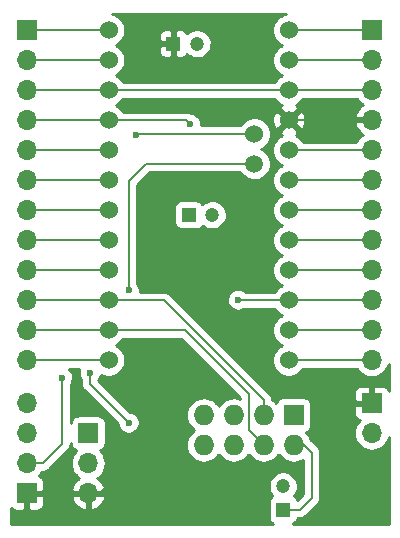
<source format=gbr>
G04 #@! TF.FileFunction,Copper,L1,Top,Signal*
%FSLAX46Y46*%
G04 Gerber Fmt 4.6, Leading zero omitted, Abs format (unit mm)*
G04 Created by KiCad (PCBNEW 4.0.7-e2-6376~58~ubuntu16.04.1) date Mon Apr  2 12:22:34 2018*
%MOMM*%
%LPD*%
G01*
G04 APERTURE LIST*
%ADD10C,0.100000*%
%ADD11R,1.700000X1.700000*%
%ADD12O,1.700000X1.700000*%
%ADD13R,1.200000X1.200000*%
%ADD14C,1.200000*%
%ADD15O,1.727200X1.727200*%
%ADD16R,1.727200X1.727200*%
%ADD17C,1.524000*%
%ADD18C,1.500000*%
%ADD19C,0.600000*%
%ADD20C,0.200000*%
%ADD21C,0.254000*%
G04 APERTURE END LIST*
D10*
D11*
X135890000Y-98933000D03*
D12*
X135890000Y-101473000D03*
D13*
X128397000Y-107950000D03*
D14*
X128397000Y-105950000D03*
D11*
X106680000Y-67310000D03*
D12*
X106680000Y-69850000D03*
X106680000Y-72390000D03*
X106680000Y-74930000D03*
X106680000Y-77470000D03*
X106680000Y-80010000D03*
X106680000Y-82550000D03*
X106680000Y-85090000D03*
X106680000Y-87630000D03*
X106680000Y-90170000D03*
X106680000Y-92710000D03*
X106680000Y-95250000D03*
D11*
X111887000Y-101473000D03*
D12*
X111887000Y-104013000D03*
X111887000Y-106553000D03*
D11*
X135890000Y-67310000D03*
D12*
X135890000Y-69850000D03*
X135890000Y-72390000D03*
X135890000Y-74930000D03*
X135890000Y-77470000D03*
X135890000Y-80010000D03*
X135890000Y-82550000D03*
X135890000Y-85090000D03*
X135890000Y-87630000D03*
X135890000Y-90170000D03*
X135890000Y-92710000D03*
X135890000Y-95250000D03*
D15*
X121666000Y-99949000D03*
X121666000Y-102489000D03*
X124206000Y-99949000D03*
X124206000Y-102489000D03*
X126746000Y-99949000D03*
X126746000Y-102489000D03*
D16*
X129286000Y-99949000D03*
D15*
X129286000Y-102489000D03*
D17*
X113637144Y-67365000D03*
X113637144Y-69905000D03*
X113637144Y-72445000D03*
X113637144Y-74985000D03*
X113637144Y-77525000D03*
X113637144Y-80065000D03*
X113637144Y-82605000D03*
X113637144Y-85145000D03*
X113637144Y-87685000D03*
X113637144Y-90225000D03*
X113637144Y-92765000D03*
X113637144Y-95305000D03*
X128877144Y-67365000D03*
X128877144Y-69905000D03*
X128877144Y-72445000D03*
X128877144Y-74985000D03*
X128877144Y-77525000D03*
X128877144Y-80065000D03*
X128877144Y-82605000D03*
X128877144Y-85145000D03*
X128877144Y-87685000D03*
X128877144Y-90225000D03*
X128877144Y-92765000D03*
X128877144Y-95305000D03*
X125956144Y-76128000D03*
D18*
X125956144Y-78668000D03*
D11*
X106680000Y-106553000D03*
D12*
X106680000Y-104013000D03*
X106680000Y-101473000D03*
X106680000Y-98933000D03*
D13*
X119100000Y-68500000D03*
D14*
X121100000Y-68500000D03*
D13*
X120400000Y-83000000D03*
D14*
X122400000Y-83000000D03*
D19*
X117983000Y-93980000D03*
X120523000Y-75311000D03*
X112014000Y-96393000D03*
X115316000Y-100584000D03*
X124587000Y-90170000D03*
X115951000Y-76263500D03*
X109664500Y-96774000D03*
X115316000Y-89344500D03*
D20*
X112903000Y-106553000D02*
X111887000Y-106553000D01*
X117983000Y-101473000D02*
X112903000Y-106553000D01*
X117983000Y-93980000D02*
X117983000Y-101473000D01*
X106680000Y-106553000D02*
X111887000Y-106553000D01*
X128877144Y-74985000D02*
X135835000Y-74985000D01*
X135835000Y-74985000D02*
X135890000Y-74930000D01*
X120197000Y-74985000D02*
X113637144Y-74985000D01*
X120523000Y-75311000D02*
X120197000Y-74985000D01*
X113637144Y-74985000D02*
X106735000Y-74985000D01*
X106735000Y-74985000D02*
X106680000Y-74930000D01*
X128877144Y-69905000D02*
X135835000Y-69905000D01*
X135835000Y-69905000D02*
X135890000Y-69850000D01*
X113637144Y-67365000D02*
X106735000Y-67365000D01*
X106735000Y-67365000D02*
X106680000Y-67310000D01*
X113637144Y-69905000D02*
X106735000Y-69905000D01*
X106735000Y-69905000D02*
X106680000Y-69850000D01*
X128877144Y-72445000D02*
X113637144Y-72445000D01*
X113637144Y-72445000D02*
X106735000Y-72445000D01*
X106735000Y-72445000D02*
X106680000Y-72390000D01*
X128877144Y-72445000D02*
X135835000Y-72445000D01*
X135835000Y-72445000D02*
X135890000Y-72390000D01*
X112014000Y-97282000D02*
X112014000Y-96393000D01*
X115316000Y-100584000D02*
X112014000Y-97282000D01*
X113637144Y-77525000D02*
X106735000Y-77525000D01*
X106735000Y-77525000D02*
X106680000Y-77470000D01*
X113637144Y-80065000D02*
X106735000Y-80065000D01*
X106735000Y-80065000D02*
X106680000Y-80010000D01*
X113637144Y-82605000D02*
X106735000Y-82605000D01*
X106735000Y-82605000D02*
X106680000Y-82550000D01*
X113637144Y-85145000D02*
X106735000Y-85145000D01*
X106735000Y-85145000D02*
X106680000Y-85090000D01*
X113637144Y-87685000D02*
X106735000Y-87685000D01*
X106735000Y-87685000D02*
X106680000Y-87630000D01*
X126746000Y-99949000D02*
X126746000Y-98679000D01*
X118292000Y-90225000D02*
X113637144Y-90225000D01*
X126746000Y-98679000D02*
X118292000Y-90225000D01*
X113637144Y-90225000D02*
X106735000Y-90225000D01*
X106735000Y-90225000D02*
X106680000Y-90170000D01*
X126746000Y-102489000D02*
X125476000Y-101219000D01*
X120070000Y-92765000D02*
X113637144Y-92765000D01*
X125476000Y-98171000D02*
X120070000Y-92765000D01*
X125476000Y-101219000D02*
X125476000Y-98171000D01*
X113637144Y-92765000D02*
X106735000Y-92765000D01*
X106735000Y-92765000D02*
X106680000Y-92710000D01*
X113637144Y-95305000D02*
X106735000Y-95305000D01*
X106735000Y-95305000D02*
X106680000Y-95250000D01*
X129286000Y-102489000D02*
X130175000Y-102489000D01*
X129794000Y-107950000D02*
X128397000Y-107950000D01*
X130810000Y-106934000D02*
X129794000Y-107950000D01*
X130810000Y-103124000D02*
X130810000Y-106934000D01*
X130175000Y-102489000D02*
X130810000Y-103124000D01*
X128877144Y-67365000D02*
X135835000Y-67365000D01*
X135835000Y-67365000D02*
X135890000Y-67310000D01*
X128877144Y-77525000D02*
X135835000Y-77525000D01*
X135835000Y-77525000D02*
X135890000Y-77470000D01*
X128877144Y-80065000D02*
X135835000Y-80065000D01*
X135835000Y-80065000D02*
X135890000Y-80010000D01*
X128877144Y-82605000D02*
X135835000Y-82605000D01*
X135835000Y-82605000D02*
X135890000Y-82550000D01*
X128877144Y-85145000D02*
X135835000Y-85145000D01*
X135835000Y-85145000D02*
X135890000Y-85090000D01*
X128877144Y-87685000D02*
X135835000Y-87685000D01*
X135835000Y-87685000D02*
X135890000Y-87630000D01*
X124642000Y-90225000D02*
X128877144Y-90225000D01*
X124587000Y-90170000D02*
X124642000Y-90225000D01*
X128877144Y-90225000D02*
X135835000Y-90225000D01*
X135835000Y-90225000D02*
X135890000Y-90170000D01*
X128877144Y-92765000D02*
X135835000Y-92765000D01*
X135835000Y-92765000D02*
X135890000Y-92710000D01*
X128877144Y-95305000D02*
X135835000Y-95305000D01*
X135835000Y-95305000D02*
X135890000Y-95250000D01*
X106680000Y-104013000D02*
X108077000Y-104013000D01*
X116086500Y-76128000D02*
X125956144Y-76128000D01*
X115951000Y-76263500D02*
X116086500Y-76128000D01*
X109664500Y-102425500D02*
X109664500Y-96774000D01*
X108077000Y-104013000D02*
X109664500Y-102425500D01*
X106680000Y-104013000D02*
X106680000Y-103886000D01*
X125956144Y-78668000D02*
X116785000Y-78668000D01*
X115316000Y-80137000D02*
X115316000Y-89344500D01*
X116785000Y-78668000D02*
X115316000Y-80137000D01*
D21*
G36*
X127777027Y-73316942D02*
X127967340Y-73514016D01*
X128192307Y-73670372D01*
X128288230Y-73712280D01*
X128274121Y-73717364D01*
X128158164Y-73779344D01*
X128091184Y-74019435D01*
X128877144Y-74805395D01*
X129663104Y-74019435D01*
X129596124Y-73779344D01*
X129462401Y-73716464D01*
X129510067Y-73697975D01*
X129741384Y-73551177D01*
X129939783Y-73362245D01*
X130068342Y-73180000D01*
X134628127Y-73180000D01*
X134640220Y-73203131D01*
X134821823Y-73429000D01*
X135043839Y-73615294D01*
X135129889Y-73662600D01*
X135008645Y-73734822D01*
X134792412Y-73929731D01*
X134618359Y-74163080D01*
X134493175Y-74425901D01*
X134448524Y-74573110D01*
X134569845Y-74803000D01*
X135763000Y-74803000D01*
X135763000Y-74783000D01*
X136017000Y-74783000D01*
X136017000Y-74803000D01*
X136037000Y-74803000D01*
X136037000Y-75057000D01*
X136017000Y-75057000D01*
X136017000Y-75077000D01*
X135763000Y-75077000D01*
X135763000Y-75057000D01*
X134569845Y-75057000D01*
X134448524Y-75286890D01*
X134493175Y-75434099D01*
X134618359Y-75696920D01*
X134792412Y-75930269D01*
X135008645Y-76125178D01*
X135129090Y-76196923D01*
X135061029Y-76233112D01*
X134836433Y-76416287D01*
X134651694Y-76639599D01*
X134570372Y-76790000D01*
X130066112Y-76790000D01*
X129964979Y-76637783D01*
X129771934Y-76443385D01*
X129544806Y-76290185D01*
X129466875Y-76257426D01*
X129480167Y-76252636D01*
X129596124Y-76190656D01*
X129663104Y-75950565D01*
X128877144Y-75164605D01*
X128091184Y-75950565D01*
X128158164Y-76190656D01*
X128293198Y-76254153D01*
X128226788Y-76280984D01*
X127997543Y-76430997D01*
X127801802Y-76622681D01*
X127647021Y-76848734D01*
X127539094Y-77100546D01*
X127482133Y-77368524D01*
X127478308Y-77642464D01*
X127527764Y-77911928D01*
X127628618Y-78166655D01*
X127777027Y-78396942D01*
X127967340Y-78594016D01*
X128192307Y-78750372D01*
X128292844Y-78794296D01*
X128226788Y-78820984D01*
X127997543Y-78970997D01*
X127801802Y-79162681D01*
X127647021Y-79388734D01*
X127539094Y-79640546D01*
X127482133Y-79908524D01*
X127478308Y-80182464D01*
X127527764Y-80451928D01*
X127628618Y-80706655D01*
X127777027Y-80936942D01*
X127967340Y-81134016D01*
X128192307Y-81290372D01*
X128292844Y-81334296D01*
X128226788Y-81360984D01*
X127997543Y-81510997D01*
X127801802Y-81702681D01*
X127647021Y-81928734D01*
X127539094Y-82180546D01*
X127482133Y-82448524D01*
X127478308Y-82722464D01*
X127527764Y-82991928D01*
X127628618Y-83246655D01*
X127777027Y-83476942D01*
X127967340Y-83674016D01*
X128192307Y-83830372D01*
X128292844Y-83874296D01*
X128226788Y-83900984D01*
X127997543Y-84050997D01*
X127801802Y-84242681D01*
X127647021Y-84468734D01*
X127539094Y-84720546D01*
X127482133Y-84988524D01*
X127478308Y-85262464D01*
X127527764Y-85531928D01*
X127628618Y-85786655D01*
X127777027Y-86016942D01*
X127967340Y-86214016D01*
X128192307Y-86370372D01*
X128292844Y-86414296D01*
X128226788Y-86440984D01*
X127997543Y-86590997D01*
X127801802Y-86782681D01*
X127647021Y-87008734D01*
X127539094Y-87260546D01*
X127482133Y-87528524D01*
X127478308Y-87802464D01*
X127527764Y-88071928D01*
X127628618Y-88326655D01*
X127777027Y-88556942D01*
X127967340Y-88754016D01*
X128192307Y-88910372D01*
X128292844Y-88954296D01*
X128226788Y-88980984D01*
X127997543Y-89130997D01*
X127801802Y-89322681D01*
X127687237Y-89490000D01*
X125229486Y-89490000D01*
X125185875Y-89446084D01*
X125033860Y-89343549D01*
X124864825Y-89272493D01*
X124685207Y-89235623D01*
X124501849Y-89234343D01*
X124321733Y-89268701D01*
X124151722Y-89337390D01*
X123998291Y-89437793D01*
X123867283Y-89566086D01*
X123763689Y-89717381D01*
X123691454Y-89885916D01*
X123653331Y-90065272D01*
X123650771Y-90248617D01*
X123683872Y-90428968D01*
X123751372Y-90599454D01*
X123850701Y-90753583D01*
X123978076Y-90885484D01*
X124128644Y-90990131D01*
X124296671Y-91063540D01*
X124475757Y-91102915D01*
X124659079Y-91106755D01*
X124839657Y-91074914D01*
X125010610Y-91008606D01*
X125087201Y-90960000D01*
X127688774Y-90960000D01*
X127777027Y-91096942D01*
X127967340Y-91294016D01*
X128192307Y-91450372D01*
X128292844Y-91494296D01*
X128226788Y-91520984D01*
X127997543Y-91670997D01*
X127801802Y-91862681D01*
X127647021Y-92088734D01*
X127539094Y-92340546D01*
X127482133Y-92608524D01*
X127478308Y-92882464D01*
X127527764Y-93151928D01*
X127628618Y-93406655D01*
X127777027Y-93636942D01*
X127967340Y-93834016D01*
X128192307Y-93990372D01*
X128292844Y-94034296D01*
X128226788Y-94060984D01*
X127997543Y-94210997D01*
X127801802Y-94402681D01*
X127647021Y-94628734D01*
X127539094Y-94880546D01*
X127482133Y-95148524D01*
X127478308Y-95422464D01*
X127527764Y-95691928D01*
X127628618Y-95946655D01*
X127777027Y-96176942D01*
X127967340Y-96374016D01*
X128192307Y-96530372D01*
X128443359Y-96640054D01*
X128710933Y-96698884D01*
X128984839Y-96704622D01*
X129254643Y-96657048D01*
X129510067Y-96557975D01*
X129741384Y-96411177D01*
X129939783Y-96222245D01*
X130068342Y-96040000D01*
X134628127Y-96040000D01*
X134640220Y-96063131D01*
X134821823Y-96289000D01*
X135043839Y-96475294D01*
X135297811Y-96614916D01*
X135574066Y-96702549D01*
X135862081Y-96734855D01*
X135882815Y-96735000D01*
X135897185Y-96735000D01*
X136185623Y-96706718D01*
X136463075Y-96622951D01*
X136718971Y-96486888D01*
X136943567Y-96303713D01*
X137128306Y-96080401D01*
X137266152Y-95825461D01*
X137339000Y-95590126D01*
X137339000Y-97869779D01*
X137302730Y-97782215D01*
X137233237Y-97678211D01*
X137144789Y-97589763D01*
X137040785Y-97520270D01*
X136925223Y-97472403D01*
X136802542Y-97448000D01*
X136175750Y-97448000D01*
X136017000Y-97606750D01*
X136017000Y-98806000D01*
X136037000Y-98806000D01*
X136037000Y-99060000D01*
X136017000Y-99060000D01*
X136017000Y-99080000D01*
X135763000Y-99080000D01*
X135763000Y-99060000D01*
X134563750Y-99060000D01*
X134405000Y-99218750D01*
X134405000Y-99845542D01*
X134429403Y-99968223D01*
X134477270Y-100083785D01*
X134546763Y-100187789D01*
X134635211Y-100276237D01*
X134739215Y-100345730D01*
X134854777Y-100393597D01*
X134865353Y-100395701D01*
X134836433Y-100419287D01*
X134651694Y-100642599D01*
X134513848Y-100897539D01*
X134428146Y-101174399D01*
X134397851Y-101462633D01*
X134424118Y-101751261D01*
X134505947Y-102029291D01*
X134640220Y-102286131D01*
X134821823Y-102512000D01*
X135043839Y-102698294D01*
X135297811Y-102837916D01*
X135574066Y-102925549D01*
X135862081Y-102957855D01*
X135882815Y-102958000D01*
X135897185Y-102958000D01*
X136185623Y-102929718D01*
X136463075Y-102845951D01*
X136718971Y-102709888D01*
X136943567Y-102526713D01*
X137128306Y-102303401D01*
X137266152Y-102048461D01*
X137339000Y-101813126D01*
X137339000Y-109145000D01*
X129211167Y-109145000D01*
X129269634Y-109126894D01*
X129419559Y-109028100D01*
X129536025Y-108891450D01*
X129609810Y-108727763D01*
X129615887Y-108685000D01*
X129794000Y-108685000D01*
X129861575Y-108678374D01*
X129929204Y-108672457D01*
X129932913Y-108671379D01*
X129936762Y-108671002D01*
X130001774Y-108651374D01*
X130066955Y-108632437D01*
X130070387Y-108630658D01*
X130074087Y-108629541D01*
X130134083Y-108597640D01*
X130194309Y-108566422D01*
X130197325Y-108564014D01*
X130200743Y-108562197D01*
X130253398Y-108519252D01*
X130306416Y-108476929D01*
X130311794Y-108471625D01*
X130311906Y-108471534D01*
X130311992Y-108471430D01*
X130313723Y-108469723D01*
X131329723Y-107453723D01*
X131372780Y-107401304D01*
X131416458Y-107349251D01*
X131418321Y-107345862D01*
X131420773Y-107342877D01*
X131452849Y-107283055D01*
X131485564Y-107223547D01*
X131486733Y-107219863D01*
X131488559Y-107216457D01*
X131508412Y-107151522D01*
X131528938Y-107086815D01*
X131529369Y-107082975D01*
X131530499Y-107079278D01*
X131537360Y-107011734D01*
X131544928Y-106944262D01*
X131544981Y-106936702D01*
X131544995Y-106936565D01*
X131544983Y-106936437D01*
X131545000Y-106934000D01*
X131545000Y-103124000D01*
X131538379Y-103056470D01*
X131532458Y-102988797D01*
X131531379Y-102985083D01*
X131531002Y-102981238D01*
X131511383Y-102916256D01*
X131492437Y-102851045D01*
X131490658Y-102847613D01*
X131489541Y-102843913D01*
X131457661Y-102783956D01*
X131426423Y-102723691D01*
X131424012Y-102720671D01*
X131422197Y-102717257D01*
X131379275Y-102664629D01*
X131336929Y-102611584D01*
X131331622Y-102606202D01*
X131331534Y-102606094D01*
X131331434Y-102606012D01*
X131329724Y-102604277D01*
X130695103Y-101969657D01*
X130682729Y-101927615D01*
X130547226Y-101668422D01*
X130363960Y-101440485D01*
X130335282Y-101416421D01*
X130422234Y-101389494D01*
X130572159Y-101290700D01*
X130688625Y-101154050D01*
X130762410Y-100990363D01*
X130787672Y-100812600D01*
X130787672Y-99085400D01*
X130779608Y-98984279D01*
X130726494Y-98812766D01*
X130627700Y-98662841D01*
X130491050Y-98546375D01*
X130327363Y-98472590D01*
X130149600Y-98447328D01*
X128422400Y-98447328D01*
X128321279Y-98455392D01*
X128149766Y-98508506D01*
X127999841Y-98607300D01*
X127883375Y-98743950D01*
X127815873Y-98893699D01*
X127599911Y-98712485D01*
X127477695Y-98645297D01*
X127474370Y-98611380D01*
X127468457Y-98543796D01*
X127467379Y-98540087D01*
X127467002Y-98536238D01*
X127447364Y-98471194D01*
X127428436Y-98406044D01*
X127426659Y-98402616D01*
X127425541Y-98398913D01*
X127393642Y-98338920D01*
X127362422Y-98278690D01*
X127360013Y-98275672D01*
X127358197Y-98272257D01*
X127315290Y-98219648D01*
X127272929Y-98166583D01*
X127267621Y-98161200D01*
X127267534Y-98161094D01*
X127267436Y-98161013D01*
X127265723Y-98159276D01*
X127126905Y-98020458D01*
X134405000Y-98020458D01*
X134405000Y-98647250D01*
X134563750Y-98806000D01*
X135763000Y-98806000D01*
X135763000Y-97606750D01*
X135604250Y-97448000D01*
X134977458Y-97448000D01*
X134854777Y-97472403D01*
X134739215Y-97520270D01*
X134635211Y-97589763D01*
X134546763Y-97678211D01*
X134477270Y-97782215D01*
X134429403Y-97897777D01*
X134405000Y-98020458D01*
X127126905Y-98020458D01*
X118811723Y-89705277D01*
X118759304Y-89662220D01*
X118707251Y-89618542D01*
X118703862Y-89616679D01*
X118700877Y-89614227D01*
X118641055Y-89582151D01*
X118581547Y-89549436D01*
X118577863Y-89548267D01*
X118574457Y-89546441D01*
X118509522Y-89526588D01*
X118444815Y-89506062D01*
X118440975Y-89505631D01*
X118437278Y-89504501D01*
X118369734Y-89497640D01*
X118302262Y-89490072D01*
X118294702Y-89490019D01*
X118294565Y-89490005D01*
X118294437Y-89490017D01*
X118292000Y-89490000D01*
X116241812Y-89490000D01*
X116248116Y-89462254D01*
X116251040Y-89252819D01*
X116215425Y-89072948D01*
X116145550Y-88903420D01*
X116051000Y-88761110D01*
X116051000Y-82400000D01*
X119161928Y-82400000D01*
X119161928Y-83600000D01*
X119169992Y-83701121D01*
X119223106Y-83872634D01*
X119321900Y-84022559D01*
X119458550Y-84139025D01*
X119622237Y-84212810D01*
X119800000Y-84238072D01*
X121000000Y-84238072D01*
X121101121Y-84230008D01*
X121272634Y-84176894D01*
X121422559Y-84078100D01*
X121539025Y-83941450D01*
X121555954Y-83903894D01*
X121595699Y-83945051D01*
X121794578Y-84083275D01*
X122016517Y-84180238D01*
X122253064Y-84232246D01*
X122495206Y-84237319D01*
X122733723Y-84195262D01*
X122959528Y-84107678D01*
X123164021Y-83977902D01*
X123339413Y-83810879D01*
X123479022Y-83612970D01*
X123577532Y-83391713D01*
X123631191Y-83155536D01*
X123635053Y-82878902D01*
X123588011Y-82641318D01*
X123495717Y-82417397D01*
X123361688Y-82215667D01*
X123191028Y-82043812D01*
X122990238Y-81908377D01*
X122766967Y-81814522D01*
X122529717Y-81765822D01*
X122287527Y-81764131D01*
X122049621Y-81809514D01*
X121825061Y-81900243D01*
X121622400Y-82032860D01*
X121556891Y-82097011D01*
X121478100Y-81977441D01*
X121341450Y-81860975D01*
X121177763Y-81787190D01*
X121000000Y-81761928D01*
X119800000Y-81761928D01*
X119698879Y-81769992D01*
X119527366Y-81823106D01*
X119377441Y-81921900D01*
X119260975Y-82058550D01*
X119187190Y-82222237D01*
X119161928Y-82400000D01*
X116051000Y-82400000D01*
X116051000Y-80441446D01*
X117089447Y-79403000D01*
X124782051Y-79403000D01*
X124865477Y-79532452D01*
X125054155Y-79727834D01*
X125277189Y-79882847D01*
X125526085Y-79991586D01*
X125791361Y-80049911D01*
X126062914Y-80055599D01*
X126330400Y-80008434D01*
X126583631Y-79910213D01*
X126812961Y-79764675D01*
X127009655Y-79577366D01*
X127166221Y-79355419D01*
X127276696Y-79107289D01*
X127336871Y-78842426D01*
X127341203Y-78532194D01*
X127288447Y-78265754D01*
X127184943Y-78014636D01*
X127034635Y-77788404D01*
X126843248Y-77595676D01*
X126618071Y-77443792D01*
X126526431Y-77405270D01*
X126589067Y-77380975D01*
X126820384Y-77234177D01*
X127018783Y-77045245D01*
X127176705Y-76821375D01*
X127288137Y-76571095D01*
X127348834Y-76303938D01*
X127353203Y-75991017D01*
X127299990Y-75722269D01*
X127195590Y-75468975D01*
X127043979Y-75240783D01*
X126861493Y-75057017D01*
X127475234Y-75057017D01*
X127516222Y-75329133D01*
X127609508Y-75588023D01*
X127671488Y-75703980D01*
X127911579Y-75770960D01*
X128697539Y-74985000D01*
X129056749Y-74985000D01*
X129842709Y-75770960D01*
X130082800Y-75703980D01*
X130199900Y-75454952D01*
X130266167Y-75187865D01*
X130279054Y-74912983D01*
X130238066Y-74640867D01*
X130144780Y-74381977D01*
X130082800Y-74266020D01*
X129842709Y-74199040D01*
X129056749Y-74985000D01*
X128697539Y-74985000D01*
X127911579Y-74199040D01*
X127671488Y-74266020D01*
X127554388Y-74515048D01*
X127488121Y-74782135D01*
X127475234Y-75057017D01*
X126861493Y-75057017D01*
X126850934Y-75046385D01*
X126623806Y-74893185D01*
X126371247Y-74787019D01*
X126102877Y-74731931D01*
X125828918Y-74730018D01*
X125559805Y-74781354D01*
X125305788Y-74883984D01*
X125076543Y-75033997D01*
X124880802Y-75225681D01*
X124766237Y-75393000D01*
X121455615Y-75393000D01*
X121458040Y-75219319D01*
X121422425Y-75039448D01*
X121352550Y-74869920D01*
X121251079Y-74717193D01*
X121121875Y-74587084D01*
X120969860Y-74484549D01*
X120800825Y-74413493D01*
X120621207Y-74376623D01*
X120608688Y-74376536D01*
X120605877Y-74374227D01*
X120546055Y-74342151D01*
X120486547Y-74309436D01*
X120482863Y-74308267D01*
X120479457Y-74306441D01*
X120414522Y-74286588D01*
X120349815Y-74266062D01*
X120345975Y-74265631D01*
X120342278Y-74264501D01*
X120274734Y-74257640D01*
X120207262Y-74250072D01*
X120199702Y-74250019D01*
X120199565Y-74250005D01*
X120199437Y-74250017D01*
X120197000Y-74250000D01*
X114826112Y-74250000D01*
X114724979Y-74097783D01*
X114531934Y-73903385D01*
X114304806Y-73750185D01*
X114223537Y-73716023D01*
X114270067Y-73697975D01*
X114501384Y-73551177D01*
X114699783Y-73362245D01*
X114828342Y-73180000D01*
X127688774Y-73180000D01*
X127777027Y-73316942D01*
X127777027Y-73316942D01*
G37*
X127777027Y-73316942D02*
X127967340Y-73514016D01*
X128192307Y-73670372D01*
X128288230Y-73712280D01*
X128274121Y-73717364D01*
X128158164Y-73779344D01*
X128091184Y-74019435D01*
X128877144Y-74805395D01*
X129663104Y-74019435D01*
X129596124Y-73779344D01*
X129462401Y-73716464D01*
X129510067Y-73697975D01*
X129741384Y-73551177D01*
X129939783Y-73362245D01*
X130068342Y-73180000D01*
X134628127Y-73180000D01*
X134640220Y-73203131D01*
X134821823Y-73429000D01*
X135043839Y-73615294D01*
X135129889Y-73662600D01*
X135008645Y-73734822D01*
X134792412Y-73929731D01*
X134618359Y-74163080D01*
X134493175Y-74425901D01*
X134448524Y-74573110D01*
X134569845Y-74803000D01*
X135763000Y-74803000D01*
X135763000Y-74783000D01*
X136017000Y-74783000D01*
X136017000Y-74803000D01*
X136037000Y-74803000D01*
X136037000Y-75057000D01*
X136017000Y-75057000D01*
X136017000Y-75077000D01*
X135763000Y-75077000D01*
X135763000Y-75057000D01*
X134569845Y-75057000D01*
X134448524Y-75286890D01*
X134493175Y-75434099D01*
X134618359Y-75696920D01*
X134792412Y-75930269D01*
X135008645Y-76125178D01*
X135129090Y-76196923D01*
X135061029Y-76233112D01*
X134836433Y-76416287D01*
X134651694Y-76639599D01*
X134570372Y-76790000D01*
X130066112Y-76790000D01*
X129964979Y-76637783D01*
X129771934Y-76443385D01*
X129544806Y-76290185D01*
X129466875Y-76257426D01*
X129480167Y-76252636D01*
X129596124Y-76190656D01*
X129663104Y-75950565D01*
X128877144Y-75164605D01*
X128091184Y-75950565D01*
X128158164Y-76190656D01*
X128293198Y-76254153D01*
X128226788Y-76280984D01*
X127997543Y-76430997D01*
X127801802Y-76622681D01*
X127647021Y-76848734D01*
X127539094Y-77100546D01*
X127482133Y-77368524D01*
X127478308Y-77642464D01*
X127527764Y-77911928D01*
X127628618Y-78166655D01*
X127777027Y-78396942D01*
X127967340Y-78594016D01*
X128192307Y-78750372D01*
X128292844Y-78794296D01*
X128226788Y-78820984D01*
X127997543Y-78970997D01*
X127801802Y-79162681D01*
X127647021Y-79388734D01*
X127539094Y-79640546D01*
X127482133Y-79908524D01*
X127478308Y-80182464D01*
X127527764Y-80451928D01*
X127628618Y-80706655D01*
X127777027Y-80936942D01*
X127967340Y-81134016D01*
X128192307Y-81290372D01*
X128292844Y-81334296D01*
X128226788Y-81360984D01*
X127997543Y-81510997D01*
X127801802Y-81702681D01*
X127647021Y-81928734D01*
X127539094Y-82180546D01*
X127482133Y-82448524D01*
X127478308Y-82722464D01*
X127527764Y-82991928D01*
X127628618Y-83246655D01*
X127777027Y-83476942D01*
X127967340Y-83674016D01*
X128192307Y-83830372D01*
X128292844Y-83874296D01*
X128226788Y-83900984D01*
X127997543Y-84050997D01*
X127801802Y-84242681D01*
X127647021Y-84468734D01*
X127539094Y-84720546D01*
X127482133Y-84988524D01*
X127478308Y-85262464D01*
X127527764Y-85531928D01*
X127628618Y-85786655D01*
X127777027Y-86016942D01*
X127967340Y-86214016D01*
X128192307Y-86370372D01*
X128292844Y-86414296D01*
X128226788Y-86440984D01*
X127997543Y-86590997D01*
X127801802Y-86782681D01*
X127647021Y-87008734D01*
X127539094Y-87260546D01*
X127482133Y-87528524D01*
X127478308Y-87802464D01*
X127527764Y-88071928D01*
X127628618Y-88326655D01*
X127777027Y-88556942D01*
X127967340Y-88754016D01*
X128192307Y-88910372D01*
X128292844Y-88954296D01*
X128226788Y-88980984D01*
X127997543Y-89130997D01*
X127801802Y-89322681D01*
X127687237Y-89490000D01*
X125229486Y-89490000D01*
X125185875Y-89446084D01*
X125033860Y-89343549D01*
X124864825Y-89272493D01*
X124685207Y-89235623D01*
X124501849Y-89234343D01*
X124321733Y-89268701D01*
X124151722Y-89337390D01*
X123998291Y-89437793D01*
X123867283Y-89566086D01*
X123763689Y-89717381D01*
X123691454Y-89885916D01*
X123653331Y-90065272D01*
X123650771Y-90248617D01*
X123683872Y-90428968D01*
X123751372Y-90599454D01*
X123850701Y-90753583D01*
X123978076Y-90885484D01*
X124128644Y-90990131D01*
X124296671Y-91063540D01*
X124475757Y-91102915D01*
X124659079Y-91106755D01*
X124839657Y-91074914D01*
X125010610Y-91008606D01*
X125087201Y-90960000D01*
X127688774Y-90960000D01*
X127777027Y-91096942D01*
X127967340Y-91294016D01*
X128192307Y-91450372D01*
X128292844Y-91494296D01*
X128226788Y-91520984D01*
X127997543Y-91670997D01*
X127801802Y-91862681D01*
X127647021Y-92088734D01*
X127539094Y-92340546D01*
X127482133Y-92608524D01*
X127478308Y-92882464D01*
X127527764Y-93151928D01*
X127628618Y-93406655D01*
X127777027Y-93636942D01*
X127967340Y-93834016D01*
X128192307Y-93990372D01*
X128292844Y-94034296D01*
X128226788Y-94060984D01*
X127997543Y-94210997D01*
X127801802Y-94402681D01*
X127647021Y-94628734D01*
X127539094Y-94880546D01*
X127482133Y-95148524D01*
X127478308Y-95422464D01*
X127527764Y-95691928D01*
X127628618Y-95946655D01*
X127777027Y-96176942D01*
X127967340Y-96374016D01*
X128192307Y-96530372D01*
X128443359Y-96640054D01*
X128710933Y-96698884D01*
X128984839Y-96704622D01*
X129254643Y-96657048D01*
X129510067Y-96557975D01*
X129741384Y-96411177D01*
X129939783Y-96222245D01*
X130068342Y-96040000D01*
X134628127Y-96040000D01*
X134640220Y-96063131D01*
X134821823Y-96289000D01*
X135043839Y-96475294D01*
X135297811Y-96614916D01*
X135574066Y-96702549D01*
X135862081Y-96734855D01*
X135882815Y-96735000D01*
X135897185Y-96735000D01*
X136185623Y-96706718D01*
X136463075Y-96622951D01*
X136718971Y-96486888D01*
X136943567Y-96303713D01*
X137128306Y-96080401D01*
X137266152Y-95825461D01*
X137339000Y-95590126D01*
X137339000Y-97869779D01*
X137302730Y-97782215D01*
X137233237Y-97678211D01*
X137144789Y-97589763D01*
X137040785Y-97520270D01*
X136925223Y-97472403D01*
X136802542Y-97448000D01*
X136175750Y-97448000D01*
X136017000Y-97606750D01*
X136017000Y-98806000D01*
X136037000Y-98806000D01*
X136037000Y-99060000D01*
X136017000Y-99060000D01*
X136017000Y-99080000D01*
X135763000Y-99080000D01*
X135763000Y-99060000D01*
X134563750Y-99060000D01*
X134405000Y-99218750D01*
X134405000Y-99845542D01*
X134429403Y-99968223D01*
X134477270Y-100083785D01*
X134546763Y-100187789D01*
X134635211Y-100276237D01*
X134739215Y-100345730D01*
X134854777Y-100393597D01*
X134865353Y-100395701D01*
X134836433Y-100419287D01*
X134651694Y-100642599D01*
X134513848Y-100897539D01*
X134428146Y-101174399D01*
X134397851Y-101462633D01*
X134424118Y-101751261D01*
X134505947Y-102029291D01*
X134640220Y-102286131D01*
X134821823Y-102512000D01*
X135043839Y-102698294D01*
X135297811Y-102837916D01*
X135574066Y-102925549D01*
X135862081Y-102957855D01*
X135882815Y-102958000D01*
X135897185Y-102958000D01*
X136185623Y-102929718D01*
X136463075Y-102845951D01*
X136718971Y-102709888D01*
X136943567Y-102526713D01*
X137128306Y-102303401D01*
X137266152Y-102048461D01*
X137339000Y-101813126D01*
X137339000Y-109145000D01*
X129211167Y-109145000D01*
X129269634Y-109126894D01*
X129419559Y-109028100D01*
X129536025Y-108891450D01*
X129609810Y-108727763D01*
X129615887Y-108685000D01*
X129794000Y-108685000D01*
X129861575Y-108678374D01*
X129929204Y-108672457D01*
X129932913Y-108671379D01*
X129936762Y-108671002D01*
X130001774Y-108651374D01*
X130066955Y-108632437D01*
X130070387Y-108630658D01*
X130074087Y-108629541D01*
X130134083Y-108597640D01*
X130194309Y-108566422D01*
X130197325Y-108564014D01*
X130200743Y-108562197D01*
X130253398Y-108519252D01*
X130306416Y-108476929D01*
X130311794Y-108471625D01*
X130311906Y-108471534D01*
X130311992Y-108471430D01*
X130313723Y-108469723D01*
X131329723Y-107453723D01*
X131372780Y-107401304D01*
X131416458Y-107349251D01*
X131418321Y-107345862D01*
X131420773Y-107342877D01*
X131452849Y-107283055D01*
X131485564Y-107223547D01*
X131486733Y-107219863D01*
X131488559Y-107216457D01*
X131508412Y-107151522D01*
X131528938Y-107086815D01*
X131529369Y-107082975D01*
X131530499Y-107079278D01*
X131537360Y-107011734D01*
X131544928Y-106944262D01*
X131544981Y-106936702D01*
X131544995Y-106936565D01*
X131544983Y-106936437D01*
X131545000Y-106934000D01*
X131545000Y-103124000D01*
X131538379Y-103056470D01*
X131532458Y-102988797D01*
X131531379Y-102985083D01*
X131531002Y-102981238D01*
X131511383Y-102916256D01*
X131492437Y-102851045D01*
X131490658Y-102847613D01*
X131489541Y-102843913D01*
X131457661Y-102783956D01*
X131426423Y-102723691D01*
X131424012Y-102720671D01*
X131422197Y-102717257D01*
X131379275Y-102664629D01*
X131336929Y-102611584D01*
X131331622Y-102606202D01*
X131331534Y-102606094D01*
X131331434Y-102606012D01*
X131329724Y-102604277D01*
X130695103Y-101969657D01*
X130682729Y-101927615D01*
X130547226Y-101668422D01*
X130363960Y-101440485D01*
X130335282Y-101416421D01*
X130422234Y-101389494D01*
X130572159Y-101290700D01*
X130688625Y-101154050D01*
X130762410Y-100990363D01*
X130787672Y-100812600D01*
X130787672Y-99085400D01*
X130779608Y-98984279D01*
X130726494Y-98812766D01*
X130627700Y-98662841D01*
X130491050Y-98546375D01*
X130327363Y-98472590D01*
X130149600Y-98447328D01*
X128422400Y-98447328D01*
X128321279Y-98455392D01*
X128149766Y-98508506D01*
X127999841Y-98607300D01*
X127883375Y-98743950D01*
X127815873Y-98893699D01*
X127599911Y-98712485D01*
X127477695Y-98645297D01*
X127474370Y-98611380D01*
X127468457Y-98543796D01*
X127467379Y-98540087D01*
X127467002Y-98536238D01*
X127447364Y-98471194D01*
X127428436Y-98406044D01*
X127426659Y-98402616D01*
X127425541Y-98398913D01*
X127393642Y-98338920D01*
X127362422Y-98278690D01*
X127360013Y-98275672D01*
X127358197Y-98272257D01*
X127315290Y-98219648D01*
X127272929Y-98166583D01*
X127267621Y-98161200D01*
X127267534Y-98161094D01*
X127267436Y-98161013D01*
X127265723Y-98159276D01*
X127126905Y-98020458D01*
X134405000Y-98020458D01*
X134405000Y-98647250D01*
X134563750Y-98806000D01*
X135763000Y-98806000D01*
X135763000Y-97606750D01*
X135604250Y-97448000D01*
X134977458Y-97448000D01*
X134854777Y-97472403D01*
X134739215Y-97520270D01*
X134635211Y-97589763D01*
X134546763Y-97678211D01*
X134477270Y-97782215D01*
X134429403Y-97897777D01*
X134405000Y-98020458D01*
X127126905Y-98020458D01*
X118811723Y-89705277D01*
X118759304Y-89662220D01*
X118707251Y-89618542D01*
X118703862Y-89616679D01*
X118700877Y-89614227D01*
X118641055Y-89582151D01*
X118581547Y-89549436D01*
X118577863Y-89548267D01*
X118574457Y-89546441D01*
X118509522Y-89526588D01*
X118444815Y-89506062D01*
X118440975Y-89505631D01*
X118437278Y-89504501D01*
X118369734Y-89497640D01*
X118302262Y-89490072D01*
X118294702Y-89490019D01*
X118294565Y-89490005D01*
X118294437Y-89490017D01*
X118292000Y-89490000D01*
X116241812Y-89490000D01*
X116248116Y-89462254D01*
X116251040Y-89252819D01*
X116215425Y-89072948D01*
X116145550Y-88903420D01*
X116051000Y-88761110D01*
X116051000Y-82400000D01*
X119161928Y-82400000D01*
X119161928Y-83600000D01*
X119169992Y-83701121D01*
X119223106Y-83872634D01*
X119321900Y-84022559D01*
X119458550Y-84139025D01*
X119622237Y-84212810D01*
X119800000Y-84238072D01*
X121000000Y-84238072D01*
X121101121Y-84230008D01*
X121272634Y-84176894D01*
X121422559Y-84078100D01*
X121539025Y-83941450D01*
X121555954Y-83903894D01*
X121595699Y-83945051D01*
X121794578Y-84083275D01*
X122016517Y-84180238D01*
X122253064Y-84232246D01*
X122495206Y-84237319D01*
X122733723Y-84195262D01*
X122959528Y-84107678D01*
X123164021Y-83977902D01*
X123339413Y-83810879D01*
X123479022Y-83612970D01*
X123577532Y-83391713D01*
X123631191Y-83155536D01*
X123635053Y-82878902D01*
X123588011Y-82641318D01*
X123495717Y-82417397D01*
X123361688Y-82215667D01*
X123191028Y-82043812D01*
X122990238Y-81908377D01*
X122766967Y-81814522D01*
X122529717Y-81765822D01*
X122287527Y-81764131D01*
X122049621Y-81809514D01*
X121825061Y-81900243D01*
X121622400Y-82032860D01*
X121556891Y-82097011D01*
X121478100Y-81977441D01*
X121341450Y-81860975D01*
X121177763Y-81787190D01*
X121000000Y-81761928D01*
X119800000Y-81761928D01*
X119698879Y-81769992D01*
X119527366Y-81823106D01*
X119377441Y-81921900D01*
X119260975Y-82058550D01*
X119187190Y-82222237D01*
X119161928Y-82400000D01*
X116051000Y-82400000D01*
X116051000Y-80441446D01*
X117089447Y-79403000D01*
X124782051Y-79403000D01*
X124865477Y-79532452D01*
X125054155Y-79727834D01*
X125277189Y-79882847D01*
X125526085Y-79991586D01*
X125791361Y-80049911D01*
X126062914Y-80055599D01*
X126330400Y-80008434D01*
X126583631Y-79910213D01*
X126812961Y-79764675D01*
X127009655Y-79577366D01*
X127166221Y-79355419D01*
X127276696Y-79107289D01*
X127336871Y-78842426D01*
X127341203Y-78532194D01*
X127288447Y-78265754D01*
X127184943Y-78014636D01*
X127034635Y-77788404D01*
X126843248Y-77595676D01*
X126618071Y-77443792D01*
X126526431Y-77405270D01*
X126589067Y-77380975D01*
X126820384Y-77234177D01*
X127018783Y-77045245D01*
X127176705Y-76821375D01*
X127288137Y-76571095D01*
X127348834Y-76303938D01*
X127353203Y-75991017D01*
X127299990Y-75722269D01*
X127195590Y-75468975D01*
X127043979Y-75240783D01*
X126861493Y-75057017D01*
X127475234Y-75057017D01*
X127516222Y-75329133D01*
X127609508Y-75588023D01*
X127671488Y-75703980D01*
X127911579Y-75770960D01*
X128697539Y-74985000D01*
X129056749Y-74985000D01*
X129842709Y-75770960D01*
X130082800Y-75703980D01*
X130199900Y-75454952D01*
X130266167Y-75187865D01*
X130279054Y-74912983D01*
X130238066Y-74640867D01*
X130144780Y-74381977D01*
X130082800Y-74266020D01*
X129842709Y-74199040D01*
X129056749Y-74985000D01*
X128697539Y-74985000D01*
X127911579Y-74199040D01*
X127671488Y-74266020D01*
X127554388Y-74515048D01*
X127488121Y-74782135D01*
X127475234Y-75057017D01*
X126861493Y-75057017D01*
X126850934Y-75046385D01*
X126623806Y-74893185D01*
X126371247Y-74787019D01*
X126102877Y-74731931D01*
X125828918Y-74730018D01*
X125559805Y-74781354D01*
X125305788Y-74883984D01*
X125076543Y-75033997D01*
X124880802Y-75225681D01*
X124766237Y-75393000D01*
X121455615Y-75393000D01*
X121458040Y-75219319D01*
X121422425Y-75039448D01*
X121352550Y-74869920D01*
X121251079Y-74717193D01*
X121121875Y-74587084D01*
X120969860Y-74484549D01*
X120800825Y-74413493D01*
X120621207Y-74376623D01*
X120608688Y-74376536D01*
X120605877Y-74374227D01*
X120546055Y-74342151D01*
X120486547Y-74309436D01*
X120482863Y-74308267D01*
X120479457Y-74306441D01*
X120414522Y-74286588D01*
X120349815Y-74266062D01*
X120345975Y-74265631D01*
X120342278Y-74264501D01*
X120274734Y-74257640D01*
X120207262Y-74250072D01*
X120199702Y-74250019D01*
X120199565Y-74250005D01*
X120199437Y-74250017D01*
X120197000Y-74250000D01*
X114826112Y-74250000D01*
X114724979Y-74097783D01*
X114531934Y-73903385D01*
X114304806Y-73750185D01*
X114223537Y-73716023D01*
X114270067Y-73697975D01*
X114501384Y-73551177D01*
X114699783Y-73362245D01*
X114828342Y-73180000D01*
X127688774Y-73180000D01*
X127777027Y-73316942D01*
G36*
X124741000Y-98475447D02*
X124741000Y-98551722D01*
X124524827Y-98483148D01*
X124234175Y-98450546D01*
X124213251Y-98450400D01*
X124198749Y-98450400D01*
X123907669Y-98478941D01*
X123627677Y-98563475D01*
X123369436Y-98700784D01*
X123142784Y-98885637D01*
X122956353Y-99110994D01*
X122936912Y-99146949D01*
X122927226Y-99128422D01*
X122743960Y-98900485D01*
X122519911Y-98712485D01*
X122263612Y-98571584D01*
X121984827Y-98483148D01*
X121694175Y-98450546D01*
X121673251Y-98450400D01*
X121658749Y-98450400D01*
X121367669Y-98478941D01*
X121087677Y-98563475D01*
X120829436Y-98700784D01*
X120602784Y-98885637D01*
X120416353Y-99110994D01*
X120277245Y-99368269D01*
X120190758Y-99647665D01*
X120160186Y-99938538D01*
X120186693Y-100229810D01*
X120269271Y-100510385D01*
X120404774Y-100769578D01*
X120588040Y-100997515D01*
X120812089Y-101185515D01*
X120871724Y-101218299D01*
X120829436Y-101240784D01*
X120602784Y-101425637D01*
X120416353Y-101650994D01*
X120277245Y-101908269D01*
X120190758Y-102187665D01*
X120160186Y-102478538D01*
X120186693Y-102769810D01*
X120269271Y-103050385D01*
X120404774Y-103309578D01*
X120588040Y-103537515D01*
X120812089Y-103725515D01*
X121068388Y-103866416D01*
X121347173Y-103954852D01*
X121637825Y-103987454D01*
X121658749Y-103987600D01*
X121673251Y-103987600D01*
X121964331Y-103959059D01*
X122244323Y-103874525D01*
X122502564Y-103737216D01*
X122729216Y-103552363D01*
X122915647Y-103327006D01*
X122935088Y-103291051D01*
X122944774Y-103309578D01*
X123128040Y-103537515D01*
X123352089Y-103725515D01*
X123608388Y-103866416D01*
X123887173Y-103954852D01*
X124177825Y-103987454D01*
X124198749Y-103987600D01*
X124213251Y-103987600D01*
X124504331Y-103959059D01*
X124784323Y-103874525D01*
X125042564Y-103737216D01*
X125269216Y-103552363D01*
X125455647Y-103327006D01*
X125475088Y-103291051D01*
X125484774Y-103309578D01*
X125668040Y-103537515D01*
X125892089Y-103725515D01*
X126148388Y-103866416D01*
X126427173Y-103954852D01*
X126717825Y-103987454D01*
X126738749Y-103987600D01*
X126753251Y-103987600D01*
X127044331Y-103959059D01*
X127324323Y-103874525D01*
X127582564Y-103737216D01*
X127809216Y-103552363D01*
X127995647Y-103327006D01*
X128015088Y-103291051D01*
X128024774Y-103309578D01*
X128208040Y-103537515D01*
X128432089Y-103725515D01*
X128688388Y-103866416D01*
X128967173Y-103954852D01*
X129257825Y-103987454D01*
X129278749Y-103987600D01*
X129293251Y-103987600D01*
X129584331Y-103959059D01*
X129864323Y-103874525D01*
X130075000Y-103762506D01*
X130075000Y-106629554D01*
X129586496Y-107118058D01*
X129573894Y-107077366D01*
X129475100Y-106927441D01*
X129338450Y-106810975D01*
X129301362Y-106794257D01*
X129336413Y-106760879D01*
X129476022Y-106562970D01*
X129574532Y-106341713D01*
X129628191Y-106105536D01*
X129632053Y-105828902D01*
X129585011Y-105591318D01*
X129492717Y-105367397D01*
X129358688Y-105165667D01*
X129188028Y-104993812D01*
X128987238Y-104858377D01*
X128763967Y-104764522D01*
X128526717Y-104715822D01*
X128284527Y-104714131D01*
X128046621Y-104759514D01*
X127822061Y-104850243D01*
X127619400Y-104982860D01*
X127446357Y-105152316D01*
X127309524Y-105352155D01*
X127214113Y-105574766D01*
X127163758Y-105811670D01*
X127160376Y-106053842D01*
X127204097Y-106292059D01*
X127293256Y-106517248D01*
X127424455Y-106720829D01*
X127494160Y-106793011D01*
X127374441Y-106871900D01*
X127257975Y-107008550D01*
X127184190Y-107172237D01*
X127158928Y-107350000D01*
X127158928Y-108550000D01*
X127166992Y-108651121D01*
X127220106Y-108822634D01*
X127318900Y-108972559D01*
X127455550Y-109089025D01*
X127579727Y-109145000D01*
X105358000Y-109145000D01*
X105358000Y-107829026D01*
X105425211Y-107896237D01*
X105529215Y-107965730D01*
X105644777Y-108013597D01*
X105767458Y-108038000D01*
X106394250Y-108038000D01*
X106553000Y-107879250D01*
X106553000Y-106680000D01*
X106807000Y-106680000D01*
X106807000Y-107879250D01*
X106965750Y-108038000D01*
X107592542Y-108038000D01*
X107715223Y-108013597D01*
X107830785Y-107965730D01*
X107934789Y-107896237D01*
X108023237Y-107807789D01*
X108092730Y-107703785D01*
X108140597Y-107588223D01*
X108165000Y-107465542D01*
X108165000Y-106909890D01*
X110445524Y-106909890D01*
X110490175Y-107057099D01*
X110615359Y-107319920D01*
X110789412Y-107553269D01*
X111005645Y-107748178D01*
X111255748Y-107897157D01*
X111530109Y-107994481D01*
X111760000Y-107873814D01*
X111760000Y-106680000D01*
X112014000Y-106680000D01*
X112014000Y-107873814D01*
X112243891Y-107994481D01*
X112518252Y-107897157D01*
X112768355Y-107748178D01*
X112984588Y-107553269D01*
X113158641Y-107319920D01*
X113283825Y-107057099D01*
X113328476Y-106909890D01*
X113207155Y-106680000D01*
X112014000Y-106680000D01*
X111760000Y-106680000D01*
X110566845Y-106680000D01*
X110445524Y-106909890D01*
X108165000Y-106909890D01*
X108165000Y-106838750D01*
X108006250Y-106680000D01*
X106807000Y-106680000D01*
X106553000Y-106680000D01*
X106533000Y-106680000D01*
X106533000Y-106426000D01*
X106553000Y-106426000D01*
X106553000Y-106406000D01*
X106807000Y-106406000D01*
X106807000Y-106426000D01*
X108006250Y-106426000D01*
X108165000Y-106267250D01*
X108165000Y-105640458D01*
X108140597Y-105517777D01*
X108092730Y-105402215D01*
X108023237Y-105298211D01*
X107934789Y-105209763D01*
X107830785Y-105140270D01*
X107715223Y-105092403D01*
X107704647Y-105090299D01*
X107733567Y-105066713D01*
X107918306Y-104843401D01*
X107969889Y-104748000D01*
X108077000Y-104748000D01*
X108144575Y-104741374D01*
X108212204Y-104735457D01*
X108215913Y-104734379D01*
X108219762Y-104734002D01*
X108284774Y-104714374D01*
X108349955Y-104695437D01*
X108353387Y-104693658D01*
X108357087Y-104692541D01*
X108417083Y-104660640D01*
X108477309Y-104629422D01*
X108480325Y-104627014D01*
X108483743Y-104625197D01*
X108536398Y-104582252D01*
X108589416Y-104539929D01*
X108594794Y-104534625D01*
X108594906Y-104534534D01*
X108594992Y-104534430D01*
X108596723Y-104532723D01*
X110184223Y-102945224D01*
X110227301Y-102892780D01*
X110270958Y-102840751D01*
X110272821Y-102837362D01*
X110275273Y-102834377D01*
X110307349Y-102774555D01*
X110340064Y-102715047D01*
X110341233Y-102711363D01*
X110343059Y-102707957D01*
X110362912Y-102643022D01*
X110383438Y-102578315D01*
X110383869Y-102574475D01*
X110384999Y-102570778D01*
X110391860Y-102503234D01*
X110399428Y-102435762D01*
X110399481Y-102428202D01*
X110399495Y-102428065D01*
X110399483Y-102427937D01*
X110399500Y-102425500D01*
X110399500Y-102330173D01*
X110406992Y-102424121D01*
X110460106Y-102595634D01*
X110558900Y-102745559D01*
X110695550Y-102862025D01*
X110859237Y-102935810D01*
X110861776Y-102936171D01*
X110833433Y-102959287D01*
X110648694Y-103182599D01*
X110510848Y-103437539D01*
X110425146Y-103714399D01*
X110394851Y-104002633D01*
X110421118Y-104291261D01*
X110502947Y-104569291D01*
X110637220Y-104826131D01*
X110818823Y-105052000D01*
X111040839Y-105238294D01*
X111126889Y-105285600D01*
X111005645Y-105357822D01*
X110789412Y-105552731D01*
X110615359Y-105786080D01*
X110490175Y-106048901D01*
X110445524Y-106196110D01*
X110566845Y-106426000D01*
X111760000Y-106426000D01*
X111760000Y-106406000D01*
X112014000Y-106406000D01*
X112014000Y-106426000D01*
X113207155Y-106426000D01*
X113328476Y-106196110D01*
X113283825Y-106048901D01*
X113158641Y-105786080D01*
X112984588Y-105552731D01*
X112768355Y-105357822D01*
X112647910Y-105286077D01*
X112715971Y-105249888D01*
X112940567Y-105066713D01*
X113125306Y-104843401D01*
X113263152Y-104588461D01*
X113348854Y-104311601D01*
X113379149Y-104023367D01*
X113352882Y-103734739D01*
X113271053Y-103456709D01*
X113136780Y-103199869D01*
X112955177Y-102974000D01*
X112905349Y-102932189D01*
X113009634Y-102899894D01*
X113159559Y-102801100D01*
X113276025Y-102664450D01*
X113349810Y-102500763D01*
X113375072Y-102323000D01*
X113375072Y-100623000D01*
X113367008Y-100521879D01*
X113313894Y-100350366D01*
X113215100Y-100200441D01*
X113078450Y-100083975D01*
X112914763Y-100010190D01*
X112737000Y-99984928D01*
X111037000Y-99984928D01*
X110935879Y-99992992D01*
X110764366Y-100046106D01*
X110614441Y-100144900D01*
X110497975Y-100281550D01*
X110424190Y-100445237D01*
X110399500Y-100618975D01*
X110399500Y-97354187D01*
X110481411Y-97238070D01*
X110555992Y-97070560D01*
X110596616Y-96891754D01*
X110599540Y-96682319D01*
X110563925Y-96502448D01*
X110494050Y-96332920D01*
X110392579Y-96180193D01*
X110263375Y-96050084D01*
X110248425Y-96040000D01*
X111147992Y-96040000D01*
X111118454Y-96108916D01*
X111080331Y-96288272D01*
X111077771Y-96471617D01*
X111110872Y-96651968D01*
X111178372Y-96822454D01*
X111277701Y-96976583D01*
X111279000Y-96977928D01*
X111279000Y-97282000D01*
X111285626Y-97349575D01*
X111291543Y-97417204D01*
X111292621Y-97420913D01*
X111292998Y-97424762D01*
X111312626Y-97489774D01*
X111331563Y-97554955D01*
X111333342Y-97558387D01*
X111334459Y-97562087D01*
X111366360Y-97622083D01*
X111397578Y-97682309D01*
X111399986Y-97685325D01*
X111401803Y-97688743D01*
X111444748Y-97741398D01*
X111487071Y-97794416D01*
X111492375Y-97799794D01*
X111492466Y-97799906D01*
X111492570Y-97799992D01*
X111494277Y-97801723D01*
X114385301Y-100692748D01*
X114412872Y-100842968D01*
X114480372Y-101013454D01*
X114579701Y-101167583D01*
X114707076Y-101299484D01*
X114857644Y-101404131D01*
X115025671Y-101477540D01*
X115204757Y-101516915D01*
X115388079Y-101520755D01*
X115568657Y-101488914D01*
X115739610Y-101422606D01*
X115894429Y-101324355D01*
X116027215Y-101197904D01*
X116132911Y-101048070D01*
X116207492Y-100880560D01*
X116248116Y-100701754D01*
X116251040Y-100492319D01*
X116215425Y-100312448D01*
X116145550Y-100142920D01*
X116044079Y-99990193D01*
X115914875Y-99860084D01*
X115762860Y-99757549D01*
X115593825Y-99686493D01*
X115422842Y-99651396D01*
X112749000Y-96977554D01*
X112749000Y-96973187D01*
X112830911Y-96857070D01*
X112905492Y-96689560D01*
X112943111Y-96523981D01*
X112952307Y-96530372D01*
X113203359Y-96640054D01*
X113470933Y-96698884D01*
X113744839Y-96704622D01*
X114014643Y-96657048D01*
X114270067Y-96557975D01*
X114501384Y-96411177D01*
X114699783Y-96222245D01*
X114857705Y-95998375D01*
X114969137Y-95748095D01*
X115029834Y-95480938D01*
X115034203Y-95168017D01*
X114980990Y-94899269D01*
X114876590Y-94645975D01*
X114724979Y-94417783D01*
X114531934Y-94223385D01*
X114304806Y-94070185D01*
X114223537Y-94036023D01*
X114270067Y-94017975D01*
X114501384Y-93871177D01*
X114699783Y-93682245D01*
X114828342Y-93500000D01*
X119765554Y-93500000D01*
X124741000Y-98475447D01*
X124741000Y-98475447D01*
G37*
X124741000Y-98475447D02*
X124741000Y-98551722D01*
X124524827Y-98483148D01*
X124234175Y-98450546D01*
X124213251Y-98450400D01*
X124198749Y-98450400D01*
X123907669Y-98478941D01*
X123627677Y-98563475D01*
X123369436Y-98700784D01*
X123142784Y-98885637D01*
X122956353Y-99110994D01*
X122936912Y-99146949D01*
X122927226Y-99128422D01*
X122743960Y-98900485D01*
X122519911Y-98712485D01*
X122263612Y-98571584D01*
X121984827Y-98483148D01*
X121694175Y-98450546D01*
X121673251Y-98450400D01*
X121658749Y-98450400D01*
X121367669Y-98478941D01*
X121087677Y-98563475D01*
X120829436Y-98700784D01*
X120602784Y-98885637D01*
X120416353Y-99110994D01*
X120277245Y-99368269D01*
X120190758Y-99647665D01*
X120160186Y-99938538D01*
X120186693Y-100229810D01*
X120269271Y-100510385D01*
X120404774Y-100769578D01*
X120588040Y-100997515D01*
X120812089Y-101185515D01*
X120871724Y-101218299D01*
X120829436Y-101240784D01*
X120602784Y-101425637D01*
X120416353Y-101650994D01*
X120277245Y-101908269D01*
X120190758Y-102187665D01*
X120160186Y-102478538D01*
X120186693Y-102769810D01*
X120269271Y-103050385D01*
X120404774Y-103309578D01*
X120588040Y-103537515D01*
X120812089Y-103725515D01*
X121068388Y-103866416D01*
X121347173Y-103954852D01*
X121637825Y-103987454D01*
X121658749Y-103987600D01*
X121673251Y-103987600D01*
X121964331Y-103959059D01*
X122244323Y-103874525D01*
X122502564Y-103737216D01*
X122729216Y-103552363D01*
X122915647Y-103327006D01*
X122935088Y-103291051D01*
X122944774Y-103309578D01*
X123128040Y-103537515D01*
X123352089Y-103725515D01*
X123608388Y-103866416D01*
X123887173Y-103954852D01*
X124177825Y-103987454D01*
X124198749Y-103987600D01*
X124213251Y-103987600D01*
X124504331Y-103959059D01*
X124784323Y-103874525D01*
X125042564Y-103737216D01*
X125269216Y-103552363D01*
X125455647Y-103327006D01*
X125475088Y-103291051D01*
X125484774Y-103309578D01*
X125668040Y-103537515D01*
X125892089Y-103725515D01*
X126148388Y-103866416D01*
X126427173Y-103954852D01*
X126717825Y-103987454D01*
X126738749Y-103987600D01*
X126753251Y-103987600D01*
X127044331Y-103959059D01*
X127324323Y-103874525D01*
X127582564Y-103737216D01*
X127809216Y-103552363D01*
X127995647Y-103327006D01*
X128015088Y-103291051D01*
X128024774Y-103309578D01*
X128208040Y-103537515D01*
X128432089Y-103725515D01*
X128688388Y-103866416D01*
X128967173Y-103954852D01*
X129257825Y-103987454D01*
X129278749Y-103987600D01*
X129293251Y-103987600D01*
X129584331Y-103959059D01*
X129864323Y-103874525D01*
X130075000Y-103762506D01*
X130075000Y-106629554D01*
X129586496Y-107118058D01*
X129573894Y-107077366D01*
X129475100Y-106927441D01*
X129338450Y-106810975D01*
X129301362Y-106794257D01*
X129336413Y-106760879D01*
X129476022Y-106562970D01*
X129574532Y-106341713D01*
X129628191Y-106105536D01*
X129632053Y-105828902D01*
X129585011Y-105591318D01*
X129492717Y-105367397D01*
X129358688Y-105165667D01*
X129188028Y-104993812D01*
X128987238Y-104858377D01*
X128763967Y-104764522D01*
X128526717Y-104715822D01*
X128284527Y-104714131D01*
X128046621Y-104759514D01*
X127822061Y-104850243D01*
X127619400Y-104982860D01*
X127446357Y-105152316D01*
X127309524Y-105352155D01*
X127214113Y-105574766D01*
X127163758Y-105811670D01*
X127160376Y-106053842D01*
X127204097Y-106292059D01*
X127293256Y-106517248D01*
X127424455Y-106720829D01*
X127494160Y-106793011D01*
X127374441Y-106871900D01*
X127257975Y-107008550D01*
X127184190Y-107172237D01*
X127158928Y-107350000D01*
X127158928Y-108550000D01*
X127166992Y-108651121D01*
X127220106Y-108822634D01*
X127318900Y-108972559D01*
X127455550Y-109089025D01*
X127579727Y-109145000D01*
X105358000Y-109145000D01*
X105358000Y-107829026D01*
X105425211Y-107896237D01*
X105529215Y-107965730D01*
X105644777Y-108013597D01*
X105767458Y-108038000D01*
X106394250Y-108038000D01*
X106553000Y-107879250D01*
X106553000Y-106680000D01*
X106807000Y-106680000D01*
X106807000Y-107879250D01*
X106965750Y-108038000D01*
X107592542Y-108038000D01*
X107715223Y-108013597D01*
X107830785Y-107965730D01*
X107934789Y-107896237D01*
X108023237Y-107807789D01*
X108092730Y-107703785D01*
X108140597Y-107588223D01*
X108165000Y-107465542D01*
X108165000Y-106909890D01*
X110445524Y-106909890D01*
X110490175Y-107057099D01*
X110615359Y-107319920D01*
X110789412Y-107553269D01*
X111005645Y-107748178D01*
X111255748Y-107897157D01*
X111530109Y-107994481D01*
X111760000Y-107873814D01*
X111760000Y-106680000D01*
X112014000Y-106680000D01*
X112014000Y-107873814D01*
X112243891Y-107994481D01*
X112518252Y-107897157D01*
X112768355Y-107748178D01*
X112984588Y-107553269D01*
X113158641Y-107319920D01*
X113283825Y-107057099D01*
X113328476Y-106909890D01*
X113207155Y-106680000D01*
X112014000Y-106680000D01*
X111760000Y-106680000D01*
X110566845Y-106680000D01*
X110445524Y-106909890D01*
X108165000Y-106909890D01*
X108165000Y-106838750D01*
X108006250Y-106680000D01*
X106807000Y-106680000D01*
X106553000Y-106680000D01*
X106533000Y-106680000D01*
X106533000Y-106426000D01*
X106553000Y-106426000D01*
X106553000Y-106406000D01*
X106807000Y-106406000D01*
X106807000Y-106426000D01*
X108006250Y-106426000D01*
X108165000Y-106267250D01*
X108165000Y-105640458D01*
X108140597Y-105517777D01*
X108092730Y-105402215D01*
X108023237Y-105298211D01*
X107934789Y-105209763D01*
X107830785Y-105140270D01*
X107715223Y-105092403D01*
X107704647Y-105090299D01*
X107733567Y-105066713D01*
X107918306Y-104843401D01*
X107969889Y-104748000D01*
X108077000Y-104748000D01*
X108144575Y-104741374D01*
X108212204Y-104735457D01*
X108215913Y-104734379D01*
X108219762Y-104734002D01*
X108284774Y-104714374D01*
X108349955Y-104695437D01*
X108353387Y-104693658D01*
X108357087Y-104692541D01*
X108417083Y-104660640D01*
X108477309Y-104629422D01*
X108480325Y-104627014D01*
X108483743Y-104625197D01*
X108536398Y-104582252D01*
X108589416Y-104539929D01*
X108594794Y-104534625D01*
X108594906Y-104534534D01*
X108594992Y-104534430D01*
X108596723Y-104532723D01*
X110184223Y-102945224D01*
X110227301Y-102892780D01*
X110270958Y-102840751D01*
X110272821Y-102837362D01*
X110275273Y-102834377D01*
X110307349Y-102774555D01*
X110340064Y-102715047D01*
X110341233Y-102711363D01*
X110343059Y-102707957D01*
X110362912Y-102643022D01*
X110383438Y-102578315D01*
X110383869Y-102574475D01*
X110384999Y-102570778D01*
X110391860Y-102503234D01*
X110399428Y-102435762D01*
X110399481Y-102428202D01*
X110399495Y-102428065D01*
X110399483Y-102427937D01*
X110399500Y-102425500D01*
X110399500Y-102330173D01*
X110406992Y-102424121D01*
X110460106Y-102595634D01*
X110558900Y-102745559D01*
X110695550Y-102862025D01*
X110859237Y-102935810D01*
X110861776Y-102936171D01*
X110833433Y-102959287D01*
X110648694Y-103182599D01*
X110510848Y-103437539D01*
X110425146Y-103714399D01*
X110394851Y-104002633D01*
X110421118Y-104291261D01*
X110502947Y-104569291D01*
X110637220Y-104826131D01*
X110818823Y-105052000D01*
X111040839Y-105238294D01*
X111126889Y-105285600D01*
X111005645Y-105357822D01*
X110789412Y-105552731D01*
X110615359Y-105786080D01*
X110490175Y-106048901D01*
X110445524Y-106196110D01*
X110566845Y-106426000D01*
X111760000Y-106426000D01*
X111760000Y-106406000D01*
X112014000Y-106406000D01*
X112014000Y-106426000D01*
X113207155Y-106426000D01*
X113328476Y-106196110D01*
X113283825Y-106048901D01*
X113158641Y-105786080D01*
X112984588Y-105552731D01*
X112768355Y-105357822D01*
X112647910Y-105286077D01*
X112715971Y-105249888D01*
X112940567Y-105066713D01*
X113125306Y-104843401D01*
X113263152Y-104588461D01*
X113348854Y-104311601D01*
X113379149Y-104023367D01*
X113352882Y-103734739D01*
X113271053Y-103456709D01*
X113136780Y-103199869D01*
X112955177Y-102974000D01*
X112905349Y-102932189D01*
X113009634Y-102899894D01*
X113159559Y-102801100D01*
X113276025Y-102664450D01*
X113349810Y-102500763D01*
X113375072Y-102323000D01*
X113375072Y-100623000D01*
X113367008Y-100521879D01*
X113313894Y-100350366D01*
X113215100Y-100200441D01*
X113078450Y-100083975D01*
X112914763Y-100010190D01*
X112737000Y-99984928D01*
X111037000Y-99984928D01*
X110935879Y-99992992D01*
X110764366Y-100046106D01*
X110614441Y-100144900D01*
X110497975Y-100281550D01*
X110424190Y-100445237D01*
X110399500Y-100618975D01*
X110399500Y-97354187D01*
X110481411Y-97238070D01*
X110555992Y-97070560D01*
X110596616Y-96891754D01*
X110599540Y-96682319D01*
X110563925Y-96502448D01*
X110494050Y-96332920D01*
X110392579Y-96180193D01*
X110263375Y-96050084D01*
X110248425Y-96040000D01*
X111147992Y-96040000D01*
X111118454Y-96108916D01*
X111080331Y-96288272D01*
X111077771Y-96471617D01*
X111110872Y-96651968D01*
X111178372Y-96822454D01*
X111277701Y-96976583D01*
X111279000Y-96977928D01*
X111279000Y-97282000D01*
X111285626Y-97349575D01*
X111291543Y-97417204D01*
X111292621Y-97420913D01*
X111292998Y-97424762D01*
X111312626Y-97489774D01*
X111331563Y-97554955D01*
X111333342Y-97558387D01*
X111334459Y-97562087D01*
X111366360Y-97622083D01*
X111397578Y-97682309D01*
X111399986Y-97685325D01*
X111401803Y-97688743D01*
X111444748Y-97741398D01*
X111487071Y-97794416D01*
X111492375Y-97799794D01*
X111492466Y-97799906D01*
X111492570Y-97799992D01*
X111494277Y-97801723D01*
X114385301Y-100692748D01*
X114412872Y-100842968D01*
X114480372Y-101013454D01*
X114579701Y-101167583D01*
X114707076Y-101299484D01*
X114857644Y-101404131D01*
X115025671Y-101477540D01*
X115204757Y-101516915D01*
X115388079Y-101520755D01*
X115568657Y-101488914D01*
X115739610Y-101422606D01*
X115894429Y-101324355D01*
X116027215Y-101197904D01*
X116132911Y-101048070D01*
X116207492Y-100880560D01*
X116248116Y-100701754D01*
X116251040Y-100492319D01*
X116215425Y-100312448D01*
X116145550Y-100142920D01*
X116044079Y-99990193D01*
X115914875Y-99860084D01*
X115762860Y-99757549D01*
X115593825Y-99686493D01*
X115422842Y-99651396D01*
X112749000Y-96977554D01*
X112749000Y-96973187D01*
X112830911Y-96857070D01*
X112905492Y-96689560D01*
X112943111Y-96523981D01*
X112952307Y-96530372D01*
X113203359Y-96640054D01*
X113470933Y-96698884D01*
X113744839Y-96704622D01*
X114014643Y-96657048D01*
X114270067Y-96557975D01*
X114501384Y-96411177D01*
X114699783Y-96222245D01*
X114857705Y-95998375D01*
X114969137Y-95748095D01*
X115029834Y-95480938D01*
X115034203Y-95168017D01*
X114980990Y-94899269D01*
X114876590Y-94645975D01*
X114724979Y-94417783D01*
X114531934Y-94223385D01*
X114304806Y-94070185D01*
X114223537Y-94036023D01*
X114270067Y-94017975D01*
X114501384Y-93871177D01*
X114699783Y-93682245D01*
X114828342Y-93500000D01*
X119765554Y-93500000D01*
X124741000Y-98475447D01*
G36*
X128480805Y-66018354D02*
X128226788Y-66120984D01*
X127997543Y-66270997D01*
X127801802Y-66462681D01*
X127647021Y-66688734D01*
X127539094Y-66940546D01*
X127482133Y-67208524D01*
X127478308Y-67482464D01*
X127527764Y-67751928D01*
X127628618Y-68006655D01*
X127777027Y-68236942D01*
X127967340Y-68434016D01*
X128192307Y-68590372D01*
X128292844Y-68634296D01*
X128226788Y-68660984D01*
X127997543Y-68810997D01*
X127801802Y-69002681D01*
X127647021Y-69228734D01*
X127539094Y-69480546D01*
X127482133Y-69748524D01*
X127478308Y-70022464D01*
X127527764Y-70291928D01*
X127628618Y-70546655D01*
X127777027Y-70776942D01*
X127967340Y-70974016D01*
X128192307Y-71130372D01*
X128292844Y-71174296D01*
X128226788Y-71200984D01*
X127997543Y-71350997D01*
X127801802Y-71542681D01*
X127687237Y-71710000D01*
X114826112Y-71710000D01*
X114724979Y-71557783D01*
X114531934Y-71363385D01*
X114304806Y-71210185D01*
X114223537Y-71176023D01*
X114270067Y-71157975D01*
X114501384Y-71011177D01*
X114699783Y-70822245D01*
X114857705Y-70598375D01*
X114969137Y-70348095D01*
X115029834Y-70080938D01*
X115034203Y-69768017D01*
X114980990Y-69499269D01*
X114876590Y-69245975D01*
X114724979Y-69017783D01*
X114531934Y-68823385D01*
X114476138Y-68785750D01*
X117865000Y-68785750D01*
X117865000Y-69162542D01*
X117889403Y-69285223D01*
X117937270Y-69400785D01*
X118006763Y-69504789D01*
X118095211Y-69593237D01*
X118199215Y-69662730D01*
X118314777Y-69710597D01*
X118437458Y-69735000D01*
X118814250Y-69735000D01*
X118973000Y-69576250D01*
X118973000Y-68627000D01*
X118023750Y-68627000D01*
X117865000Y-68785750D01*
X114476138Y-68785750D01*
X114304806Y-68670185D01*
X114223537Y-68636023D01*
X114270067Y-68617975D01*
X114501384Y-68471177D01*
X114699783Y-68282245D01*
X114857705Y-68058375D01*
X114956063Y-67837458D01*
X117865000Y-67837458D01*
X117865000Y-68214250D01*
X118023750Y-68373000D01*
X118973000Y-68373000D01*
X118973000Y-67423750D01*
X119227000Y-67423750D01*
X119227000Y-68373000D01*
X119247000Y-68373000D01*
X119247000Y-68627000D01*
X119227000Y-68627000D01*
X119227000Y-69576250D01*
X119385750Y-69735000D01*
X119762542Y-69735000D01*
X119885223Y-69710597D01*
X120000785Y-69662730D01*
X120104789Y-69593237D01*
X120193237Y-69504789D01*
X120258731Y-69406770D01*
X120295699Y-69445051D01*
X120494578Y-69583275D01*
X120716517Y-69680238D01*
X120953064Y-69732246D01*
X121195206Y-69737319D01*
X121433723Y-69695262D01*
X121659528Y-69607678D01*
X121864021Y-69477902D01*
X122039413Y-69310879D01*
X122179022Y-69112970D01*
X122277532Y-68891713D01*
X122331191Y-68655536D01*
X122335053Y-68378902D01*
X122288011Y-68141318D01*
X122195717Y-67917397D01*
X122061688Y-67715667D01*
X121891028Y-67543812D01*
X121690238Y-67408377D01*
X121466967Y-67314522D01*
X121229717Y-67265822D01*
X120987527Y-67264131D01*
X120749621Y-67309514D01*
X120525061Y-67400243D01*
X120322400Y-67532860D01*
X120259530Y-67594426D01*
X120193237Y-67495211D01*
X120104789Y-67406763D01*
X120000785Y-67337270D01*
X119885223Y-67289403D01*
X119762542Y-67265000D01*
X119385750Y-67265000D01*
X119227000Y-67423750D01*
X118973000Y-67423750D01*
X118814250Y-67265000D01*
X118437458Y-67265000D01*
X118314777Y-67289403D01*
X118199215Y-67337270D01*
X118095211Y-67406763D01*
X118006763Y-67495211D01*
X117937270Y-67599215D01*
X117889403Y-67714777D01*
X117865000Y-67837458D01*
X114956063Y-67837458D01*
X114969137Y-67808095D01*
X115029834Y-67540938D01*
X115034203Y-67228017D01*
X114980990Y-66959269D01*
X114876590Y-66705975D01*
X114724979Y-66477783D01*
X114531934Y-66283385D01*
X114304806Y-66130185D01*
X114052247Y-66024019D01*
X113876775Y-65988000D01*
X128639926Y-65988000D01*
X128480805Y-66018354D01*
X128480805Y-66018354D01*
G37*
X128480805Y-66018354D02*
X128226788Y-66120984D01*
X127997543Y-66270997D01*
X127801802Y-66462681D01*
X127647021Y-66688734D01*
X127539094Y-66940546D01*
X127482133Y-67208524D01*
X127478308Y-67482464D01*
X127527764Y-67751928D01*
X127628618Y-68006655D01*
X127777027Y-68236942D01*
X127967340Y-68434016D01*
X128192307Y-68590372D01*
X128292844Y-68634296D01*
X128226788Y-68660984D01*
X127997543Y-68810997D01*
X127801802Y-69002681D01*
X127647021Y-69228734D01*
X127539094Y-69480546D01*
X127482133Y-69748524D01*
X127478308Y-70022464D01*
X127527764Y-70291928D01*
X127628618Y-70546655D01*
X127777027Y-70776942D01*
X127967340Y-70974016D01*
X128192307Y-71130372D01*
X128292844Y-71174296D01*
X128226788Y-71200984D01*
X127997543Y-71350997D01*
X127801802Y-71542681D01*
X127687237Y-71710000D01*
X114826112Y-71710000D01*
X114724979Y-71557783D01*
X114531934Y-71363385D01*
X114304806Y-71210185D01*
X114223537Y-71176023D01*
X114270067Y-71157975D01*
X114501384Y-71011177D01*
X114699783Y-70822245D01*
X114857705Y-70598375D01*
X114969137Y-70348095D01*
X115029834Y-70080938D01*
X115034203Y-69768017D01*
X114980990Y-69499269D01*
X114876590Y-69245975D01*
X114724979Y-69017783D01*
X114531934Y-68823385D01*
X114476138Y-68785750D01*
X117865000Y-68785750D01*
X117865000Y-69162542D01*
X117889403Y-69285223D01*
X117937270Y-69400785D01*
X118006763Y-69504789D01*
X118095211Y-69593237D01*
X118199215Y-69662730D01*
X118314777Y-69710597D01*
X118437458Y-69735000D01*
X118814250Y-69735000D01*
X118973000Y-69576250D01*
X118973000Y-68627000D01*
X118023750Y-68627000D01*
X117865000Y-68785750D01*
X114476138Y-68785750D01*
X114304806Y-68670185D01*
X114223537Y-68636023D01*
X114270067Y-68617975D01*
X114501384Y-68471177D01*
X114699783Y-68282245D01*
X114857705Y-68058375D01*
X114956063Y-67837458D01*
X117865000Y-67837458D01*
X117865000Y-68214250D01*
X118023750Y-68373000D01*
X118973000Y-68373000D01*
X118973000Y-67423750D01*
X119227000Y-67423750D01*
X119227000Y-68373000D01*
X119247000Y-68373000D01*
X119247000Y-68627000D01*
X119227000Y-68627000D01*
X119227000Y-69576250D01*
X119385750Y-69735000D01*
X119762542Y-69735000D01*
X119885223Y-69710597D01*
X120000785Y-69662730D01*
X120104789Y-69593237D01*
X120193237Y-69504789D01*
X120258731Y-69406770D01*
X120295699Y-69445051D01*
X120494578Y-69583275D01*
X120716517Y-69680238D01*
X120953064Y-69732246D01*
X121195206Y-69737319D01*
X121433723Y-69695262D01*
X121659528Y-69607678D01*
X121864021Y-69477902D01*
X122039413Y-69310879D01*
X122179022Y-69112970D01*
X122277532Y-68891713D01*
X122331191Y-68655536D01*
X122335053Y-68378902D01*
X122288011Y-68141318D01*
X122195717Y-67917397D01*
X122061688Y-67715667D01*
X121891028Y-67543812D01*
X121690238Y-67408377D01*
X121466967Y-67314522D01*
X121229717Y-67265822D01*
X120987527Y-67264131D01*
X120749621Y-67309514D01*
X120525061Y-67400243D01*
X120322400Y-67532860D01*
X120259530Y-67594426D01*
X120193237Y-67495211D01*
X120104789Y-67406763D01*
X120000785Y-67337270D01*
X119885223Y-67289403D01*
X119762542Y-67265000D01*
X119385750Y-67265000D01*
X119227000Y-67423750D01*
X118973000Y-67423750D01*
X118814250Y-67265000D01*
X118437458Y-67265000D01*
X118314777Y-67289403D01*
X118199215Y-67337270D01*
X118095211Y-67406763D01*
X118006763Y-67495211D01*
X117937270Y-67599215D01*
X117889403Y-67714777D01*
X117865000Y-67837458D01*
X114956063Y-67837458D01*
X114969137Y-67808095D01*
X115029834Y-67540938D01*
X115034203Y-67228017D01*
X114980990Y-66959269D01*
X114876590Y-66705975D01*
X114724979Y-66477783D01*
X114531934Y-66283385D01*
X114304806Y-66130185D01*
X114052247Y-66024019D01*
X113876775Y-65988000D01*
X128639926Y-65988000D01*
X128480805Y-66018354D01*
M02*

</source>
